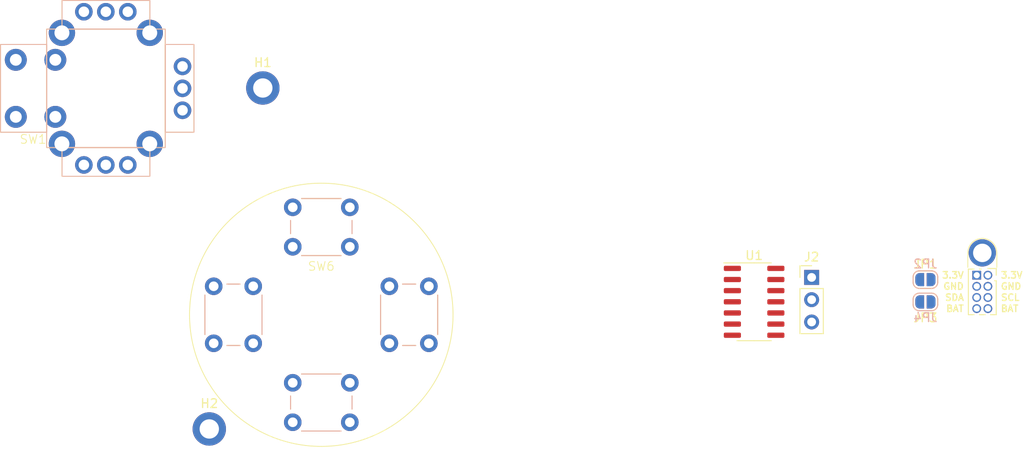
<source format=kicad_pcb>
(kicad_pcb (version 20221018) (generator pcbnew)
  (layers (0 "F.Cu" signal) (31 "B.Cu" signal) (34 "B.Paste" user) (35 "F.Paste" user) (36 "B.SilkS" user "B.Silkscreen") (37 "F.SilkS" user "F.Silkscreen") (38 "B.Mask" user) (39 "F.Mask" user) (44 "Edge.Cuts" user))
  (net 0 "")
  (net 1 "GND")
  (net 2 "+3.3V")
  (net 3 "UPDI_DATA")
  (net 10 "SDA")
  (net 11 "SCL")
  (net 15 "+BATT")
  (net 20 "Net-(JP1-A)")
  (net 21 "Net-(JP2-A)")
  (footprint "Package_SO:SOIC-14_3.9x8.7mm_P1.27mm" (layer "F.Cu") (at 146.612 109.206)
    (fp_text reference "U1" (at 0 -5.28) (layer "F.SilkS"))
    (fp_text value "ATtiny1604-SS")
    (fp_line (start 0 -4.435) (end -3.45 -4.435) (stroke (width 0.12)) (layer "F.SilkS"))
    (fp_line (start 0 -4.435) (end 1.95 -4.435) (stroke (width 0.12)) (layer "F.SilkS"))
    (fp_line (start 0 4.435) (end -1.95 4.435) (stroke (width 0.12)) (layer "F.SilkS"))
    (fp_line (start 0 4.435) (end 1.95 4.435) (stroke (width 0.12)) (layer "F.SilkS"))
    (pad "1" smd roundrect (at -2.475 -3.81) (size 1.95 0.6) (layers "F.Cu" "F.Paste" "F.Mask") (net 2 "+3.3V"))
    (pad "2" smd roundrect (at -2.475 -2.54) (size 1.95 0.6) (layers "F.Cu" "F.Paste" "F.Mask"))
    (pad "3" smd roundrect (at -2.475 -1.27) (size 1.95 0.6) (layers "F.Cu" "F.Paste" "F.Mask"))
    (pad "4" smd roundrect (at -2.475 0) (size 1.95 0.6) (layers "F.Cu" "F.Paste" "F.Mask"))
    (pad "5" smd roundrect (at -2.475 1.27) (size 1.95 0.6) (layers "F.Cu" "F.Paste" "F.Mask"))
    (pad "6" smd roundrect (at -2.475 2.54) (size 1.95 0.6) (layers "F.Cu" "F.Paste" "F.Mask"))
    (pad "7" smd roundrect (at -2.475 3.81) (size 1.95 0.6) (layers "F.Cu" "F.Paste" "F.Mask"))
    (pad "8" smd roundrect (at 2.475 3.81) (size 1.95 0.6) (layers "F.Cu" "F.Paste" "F.Mask") (net 10 "SDA"))
    (pad "9" smd roundrect (at 2.475 2.54) (size 1.95 0.6) (layers "F.Cu" "F.Paste" "F.Mask") (net 11 "SCL"))
    (pad "10" smd roundrect (at 2.475 1.27) (size 1.95 0.6) (layers "F.Cu" "F.Paste" "F.Mask") (net 3 "UPDI_DATA"))
    (pad "11" smd roundrect (at 2.475 0) (size 1.95 0.6) (layers "F.Cu" "F.Paste" "F.Mask"))
    (pad "12" smd roundrect (at 2.475 -1.27) (size 1.95 0.6) (layers "F.Cu" "F.Paste" "F.Mask"))
    (pad "13" smd roundrect (at 2.475 -2.54) (size 1.95 0.6) (layers "F.Cu" "F.Paste" "F.Mask"))
    (pad "14" smd roundrect (at 2.475 -3.81) (size 1.95 0.6) (layers "F.Cu" "F.Paste" "F.Mask") (net 1 "GND"))
  )
  (footprint "Connectors:PeripheralSlave" (layer "F.Cu") (at 172.593 108.077)
    (fp_text reference "Per1" hide)
    (fp_text value "~" hide)
    (fp_text user "SCL" (at 4.318 0.635 unlocked) (layer "F.SilkS") (effects (font (size 0.75 0.75) (thickness 0.15) bold) (justify right)))
    (fp_text user "SDA" (at -4.318 0.635 unlocked) (layer "F.SilkS") (effects (font (size 0.75 0.75) (thickness 0.15) bold) (justify left)))
    (fp_text user "BAT" (at 2.032 1.905 unlocked) (layer "F.SilkS") (effects (font (size 0.75 0.75) (thickness 0.15) bold) (justify left)))
    (fp_text user "BAT" (at -2.032 1.905 unlocked) (layer "F.SilkS") (effects (font (size 0.75 0.75) (thickness 0.15) bold) (justify right)))
    (fp_text user "GND" (at -2.032 -0.635 unlocked) (layer "F.SilkS") (effects (font (size 0.75 0.75) (thickness 0.15) bold) (justify right)))
    (fp_text user "3.3V" (at -2.032 -1.905 unlocked) (layer "F.SilkS") (effects (font (size 0.75 0.75) (thickness 0.15) bold) (justify right)))
    (fp_text user "3.3V" (at 2.032 -1.905 unlocked) (layer "F.SilkS") (effects (font (size 0.75 0.75) (thickness 0.15) bold) (justify left)))
    (fp_text user "GND" (at 2.032 -0.635 unlocked) (layer "F.SilkS") (effects (font (size 0.75 0.75) (thickness 0.15) bold) (justify left)))
    (fp_line (start -1.651 -4.445) (end -1.651 -2.794) (stroke (width 0.1)) (layer "F.SilkS"))
    (fp_line (start -1.585 -2.6) (end -1.585 2.6) (stroke (width 0.12)) (layer "F.SilkS"))
    (fp_line (start -1.585 -2.6) (end -0.94253 -2.6) (stroke (width 0.12)) (layer "F.SilkS"))
    (fp_line (start -1.585 2.6) (end -0.94253 2.6) (stroke (width 0.12)) (layer "F.SilkS"))
    (fp_line (start -0.32747 -2.6) (end -0.125 -2.6) (stroke (width 0.12)) (layer "F.SilkS"))
    (fp_line (start -0.32747 2.6) (end 0.32747 2.6) (stroke (width 0.12)) (layer "F.SilkS"))
    (fp_line (start 0.635 -2.665) (end 1.585 -2.665) (stroke (width 0.12)) (layer "F.SilkS"))
    (fp_line (start 0.94253 2.6) (end 1.585 2.6) (stroke (width 0.12)) (layer "F.SilkS"))
    (fp_line (start 1.395 -1.27) (end 1.585 -1.27) (stroke (width 0.12)) (layer "F.SilkS"))
    (fp_line (start 1.585 -2.665) (end 1.585 -1.905) (stroke (width 0.12)) (layer "F.SilkS"))
    (fp_line (start 1.585 -1.27) (end 1.585 2.6) (stroke (width 0.12)) (layer "F.SilkS"))
    (fp_line (start 1.651 -4.445) (end 1.651 -2.794) (stroke (width 0.1)) (layer "F.SilkS"))
    (fp_arc (start -1.651 -4.445) (mid 0 -6.096) (end 1.651 -4.445) (stroke (width 0.1)) (layer "F.SilkS"))
    (pad "1" thru_hole rect (at -0.635 -1.905) (size 1 1) (drill 0.7) (layers "*.Cu" "*.Mask") (net 2 "+3.3V"))
    (pad "2" thru_hole oval (at 0.635 -1.905) (size 1 1) (drill 0.7) (layers "*.Cu" "*.Mask") (net 2 "+3.3V"))
    (pad "3" thru_hole oval (at -0.635 -0.635) (size 1 1) (drill 0.7) (layers "*.Cu" "*.Mask") (net 1 "GND"))
    (pad "4" thru_hole oval (at 0.635 -0.635) (size 1 1) (drill 0.7) (layers "*.Cu" "*.Mask") (net 1 "GND"))
    (pad "5" thru_hole oval (at -0.635 0.635) (size 1 1) (drill 0.7) (layers "*.Cu" "*.Mask") (net 20 "Net-(JP1-A)"))
    (pad "6" thru_hole oval (at 0.635 0.635) (size 1 1) (drill 0.7) (layers "*.Cu" "*.Mask") (net 21 "Net-(JP2-A)"))
    (pad "7" thru_hole oval (at -0.635 1.905) (size 1 1) (drill 0.7) (layers "*.Cu" "*.Mask") (net 15 "+BATT"))
    (pad "8" thru_hole oval (at 0.635 1.905) (size 1 1) (drill 0.7) (layers "*.Cu" "*.Mask") (net 15 "+BATT"))
    (pad "9" thru_hole circle (at 0 -4.445) (size 3.1 3.1) (drill 2.1) (layers "*.Cu" "*.Mask") (net 1 "GND"))
  )
  (footprint "Connector_PinHeader_2.54mm:PinHeader_1x03_P2.54mm_Vertical" (layer "F.Cu") (at 153.162 106.426)
    (fp_text reference "J2" (at 0 -2.33) (layer "F.SilkS"))
    (fp_text value "UPDI")
    (fp_line (start -1.33 -1.33) (end 0 -1.33) (stroke (width 0.12)) (layer "F.SilkS"))
    (fp_line (start -1.33 0) (end -1.33 -1.33) (stroke (width 0.12)) (layer "F.SilkS"))
    (fp_line (start -1.33 1.27) (end -1.33 6.41) (stroke (width 0.12)) (layer "F.SilkS"))
    (fp_line (start -1.33 1.27) (end 1.33 1.27) (stroke (width 0.12)) (layer "F.SilkS"))
    (fp_line (start -1.33 6.41) (end 1.33 6.41) (stroke (width 0.12)) (layer "F.SilkS"))
    (fp_line (start 1.33 1.27) (end 1.33 6.41) (stroke (width 0.12)) (layer "F.SilkS"))
    (pad "1" thru_hole rect (at 0 0) (size 1.7 1.7) (drill 1) (layers "*.Cu" "*.Mask") (net 1 "GND"))
    (pad "2" thru_hole oval (at 0 2.54) (size 1.7 1.7) (drill 1) (layers "*.Cu" "*.Mask") (net 2 "+3.3V"))
    (pad "3" thru_hole oval (at 0 5.08) (size 1.7 1.7) (drill 1) (layers "*.Cu" "*.Mask") (net 3 "UPDI_DATA"))
  )
  (footprint "MountingHole:MountingHole_2.2mm_M2_DIN965_Pad" (layer "F.Cu") (at 84.582 123.698)
    (fp_text reference "H2" (at 0 -2.9) (layer "F.SilkS"))
    (fp_text value "MountingHole_Pad")
    (pad "1" thru_hole circle (at 0 0) (size 3.8 3.8) (drill 2.2) (layers "*.Cu" "*.Mask") (net 1 "GND"))
  )
  (footprint "MountingHole:MountingHole_2.2mm_M2_DIN965_Pad" (layer "F.Cu") (at 90.678 84.836)
    (fp_text reference "H1" (at 0 -2.9) (layer "F.SilkS"))
    (fp_text value "MountingHole_Pad")
    (pad "1" thru_hole circle (at 0 0) (size 3.8 3.8) (drill 2.2) (layers "*.Cu" "*.Mask") (net 1 "GND"))
  )
  (footprint "InputDevices:D-Pad" (layer "F.Cu") (at 97.334 110.686)
    (fp_text reference "SW6" (at 0 -5.53 unlocked) (layer "F.SilkS") (effects (font (thickness 0.1))))
    (fp_text value "DPad")
    (fp_line (start -13.25 2.25) (end -13.25 -2.25) (stroke (width 0.12)) (layer "B.SilkS"))
    (fp_line (start -10.75 -3.5) (end -9.25 -3.5) (stroke (width 0.12)) (layer "B.SilkS"))
    (fp_line (start -9.25 3.5) (end -10.75 3.5) (stroke (width 0.12)) (layer "B.SilkS"))
    (fp_line (start -6.75 -2.25) (end -6.75 2.25) (stroke (width 0.12)) (layer "B.SilkS"))
    (fp_line (start -3.5 -9.25) (end -3.5 -10.75) (stroke (width 0.12)) (layer "B.SilkS"))
    (fp_line (start -3.5 10.75) (end -3.5 9.25) (stroke (width 0.12)) (layer "B.SilkS"))
    (fp_line (start -2.25 -13.25) (end 2.25 -13.25) (stroke (width 0.12)) (layer "B.SilkS"))
    (fp_line (start -2.25 6.75) (end 2.25 6.75) (stroke (width 0.12)) (layer "B.SilkS"))
    (fp_line (start 2.25 -6.75) (end -2.25 -6.75) (stroke (width 0.12)) (layer "B.SilkS"))
    (fp_line (start 2.25 13.25) (end -2.25 13.25) (stroke (width 0.12)) (layer "B.SilkS"))
    (fp_line (start 3.5 -10.75) (end 3.5 -9.25) (stroke (width 0.12)) (layer "B.SilkS"))
    (fp_line (start 3.5 9.25) (end 3.5 10.75) (stroke (width 0.12)) (layer "B.SilkS"))
    (fp_line (start 6.75 2.25) (end 6.75 -2.25) (stroke (width 0.12)) (layer "B.SilkS"))
    (fp_line (start 9.25 -3.5) (end 10.75 -3.5) (stroke (width 0.12)) (layer "B.SilkS"))
    (fp_line (start 10.75 3.5) (end 9.25 3.5) (stroke (width 0.12)) (layer "B.SilkS"))
    (fp_line (start 13.25 -2.25) (end 13.25 2.25) (stroke (width 0.12)) (layer "B.SilkS"))
    (fp_line (start -13.25 -2.25) (end -13.25 2.25) (stroke (width 0.12)) (layer "F.SilkS"))
    (fp_line (start -10.75 3.5) (end -9.25 3.5) (stroke (width 0.12)) (layer "F.SilkS"))
    (fp_line (start -9.25 -3.5) (end -10.75 -3.5) (stroke (width 0.12)) (layer "F.SilkS"))
    (fp_line (start -6.75 2.25) (end -6.75 -2.25) (stroke (width 0.12)) (layer "F.SilkS"))
    (fp_line (start -3.5 -10.75) (end -3.5 -9.25) (stroke (width 0.12)) (layer "F.SilkS"))
    (fp_line (start -3.5 9.25) (end -3.5 10.75) (stroke (width 0.12)) (layer "F.SilkS"))
    (fp_line (start -2.25 -6.75) (end 2.25 -6.75) (stroke (width 0.12)) (layer "F.SilkS"))
    (fp_line (start -2.25 13.25) (end 2.25 13.25) (stroke (width 0.12)) (layer "F.SilkS"))
    (fp_line (start 2.25 -13.25) (end -2.25 -13.25) (stroke (width 0.12)) (layer "F.SilkS"))
    (fp_line (start 2.25 6.75) (end -2.25 6.75) (stroke (width 0.12)) (layer "F.SilkS"))
    (fp_line (start 3.5 -9.25) (end 3.5 -10.75) (stroke (width 0.12)) (layer "F.SilkS"))
    (fp_line (start 3.5 10.75) (end 3.5 9.25) (stroke (width 0.12)) (layer "F.SilkS"))
    (fp_line (start 6.75 -2.25) (end 6.75 2.25) (stroke (width 0.12)) (layer "F.SilkS"))
    (fp_line (start 9.25 3.5) (end 10.75 3.5) (stroke (width 0.12)) (layer "F.SilkS"))
    (fp_line (start 10.75 -3.5) (end 9.25 -3.5) (stroke (width 0.12)) (layer "F.SilkS"))
    (fp_line (start 13.25 2.25) (end 13.25 -2.25) (stroke (width 0.12)) (layer "F.SilkS"))
    (fp_circle (center 0 0) (end 15 0) (stroke (width 0.1)) (fill none) (layer "F.SilkS"))
    (pad "" np_thru_hole circle (at 0 0 90) (size 2 2) (drill 2.1) (layers "F&B.Cu" "*.Mask"))
    (pad "1" thru_hole circle (at -3.25 -12.25 90) (size 2 2) (drill 1.1) (layers "*.Cu" "*.Mask"))
    (pad "1" thru_hole circle (at 3.25 -12.25 90) (size 2 2) (drill 1.1) (layers "*.Cu" "*.Mask"))
    (pad "2" thru_hole circle (at 12.25 -3.25) (size 2 2) (drill 1.1) (layers "*.Cu" "*.Mask"))
    (pad "2" thru_hole circle (at 12.25 3.25) (size 2 2) (drill 1.1) (layers "*.Cu" "*.Mask"))
    (pad "3" thru_hole circle (at -3.25 12.25 270) (size 2 2) (drill 1.1) (layers "*.Cu" "*.Mask"))
    (pad "3" thru_hole circle (at 3.25 12.25 270) (size 2 2) (drill 1.1) (layers "*.Cu" "*.Mask"))
    (pad "4" thru_hole circle (at -12.25 -3.25 180) (size 2 2) (drill 1.1) (layers "*.Cu" "*.Mask"))
    (pad "4" thru_hole circle (at -12.25 3.25 180) (size 2 2) (drill 1.1) (layers "*.Cu" "*.Mask"))
    (pad "5" thru_hole circle (at -7.75 -3.25 180) (size 2 2) (drill 1.1) (layers "*.Cu" "*.Mask") (net 1 "GND"))
    (pad "5" thru_hole circle (at -7.75 3.25 180) (size 2 2) (drill 1.1) (layers "*.Cu" "*.Mask") (net 1 "GND"))
    (pad "5" thru_hole circle (at -3.25 -7.75 90) (size 2 2) (drill 1.1) (layers "*.Cu" "*.Mask") (net 1 "GND"))
    (pad "5" thru_hole circle (at -3.25 7.75 270) (size 2 2) (drill 1.1) (layers "*.Cu" "*.Mask") (net 1 "GND"))
    (pad "5" thru_hole circle (at 3.25 -7.75 90) (size 2 2) (drill 1.1) (layers "*.Cu" "*.Mask") (net 1 "GND"))
    (pad "5" thru_hole circle (at 3.25 7.75 270) (size 2 2) (drill 1.1) (layers "*.Cu" "*.Mask") (net 1 "GND"))
    (pad "5" thru_hole circle (at 7.75 -3.25) (size 2 2) (drill 1.1) (layers "*.Cu" "*.Mask") (net 1 "GND"))
    (pad "5" thru_hole circle (at 7.75 3.25) (size 2 2) (drill 1.1) (layers "*.Cu" "*.Mask") (net 1 "GND"))
  )
  (footprint "Jumper:SolderJumper-2_P1.3mm_Open_RoundedPad1.0x1.5mm" (layer "F.Cu") (at 166.116 109.22 180)
    (fp_text reference "JP3" (at 0 -1.8) (layer "F.SilkS"))
    (fp_text value "SCL_TOP")
    (fp_line (start -1.4 0.3) (end -1.4 -0.3) (stroke (width 0.12)) (layer "F.SilkS"))
    (fp_line (start -0.7 -1) (end 0.7 -1) (stroke (width 0.12)) (layer "F.SilkS"))
    (fp_line (start 0.7 1) (end -0.7 1) (stroke (width 0.12)) (layer "F.SilkS"))
    (fp_line (start 1.4 -0.3) (end 1.4 0.3) (stroke (width 0.12)) (layer "F.SilkS"))
    (fp_arc (start -1.4 -0.3) (mid -1.194975 -0.794975) (end -0.7 -1) (stroke (width 0.12)) (layer "F.SilkS"))
    (fp_arc (start -0.7 1) (mid -1.194975 0.794975) (end -1.4 0.3) (stroke (width 0.12)) (layer "F.SilkS"))
    (fp_arc (start 0.7 -1) (mid 1.194975 -0.794975) (end 1.4 -0.3) (stroke (width 0.12)) (layer "F.SilkS"))
    (fp_arc (start 1.4 0.3) (mid 1.194975 0.794975) (end 0.7 1) (stroke (width 0.12)) (layer "F.SilkS"))
    (pad "1" smd custom (at -0.65 0 180) (size 1 0.5) (layers "F.Cu" "F.Mask") (net 21 "Net-(JP2-A)") (options (clearance outline) (anchor rect)) (primitives (gr_circle (center 0 0.25) (end 0.5 0.25) (width 0) (fill yes)) (gr_circle (center 0 -0.25) (end 0.5 -0.25) (width 0) (fill yes)) (gr_poly (pts (xy 0.5 0.75) (xy 0 0.75) (xy 0 -0.75) (xy 0.5 -0.75)) (width 0) (fill yes))))
    (pad "2" smd custom (at 0.65 0 180) (size 1 0.5) (layers "F.Cu" "F.Mask") (net 11 "SCL") (options (clearance outline) (anchor rect)) (primitives (gr_circle (center 0 0.25) (end 0.5 0.25) (width 0) (fill yes)) (gr_circle (center 0 -0.25) (end 0.5 -0.25) (width 0) (fill yes)) (gr_poly (pts (xy 0 0.75) (xy -0.5 0.75) (xy -0.5 -0.75) (xy 0 -0.75)) (width 0) (fill yes))))
  )
  (footprint "InputDevices:Joystick-Universal" (layer "F.Cu") (at 72.804 84.876)
    (fp_text reference "SW1" (at -8.288 5.802 unlocked) (layer "F.SilkS") (effects (font (thickness 0.1))))
    (fp_text value "Joystick")
    (fp_rect (start -11.981 5) (end -6.731 -5) (stroke (width 0.1)) (fill none) (layer "B.SilkS"))
    (fp_rect (start -6.731 6.75) (end 6.769 -6.75) (stroke (width 0.1)) (fill none) (layer "B.SilkS"))
    (fp_rect (start -4.981 -6.75) (end 5.019 -10.019) (stroke (width 0.1)) (fill none) (layer "B.SilkS"))
    (fp_rect (start 5.019 6.75) (end -4.981 10.019) (stroke (width 0.1)) (fill none) (layer "B.SilkS"))
    (fp_rect (start 6.769 -5) (end 10.038 5) (stroke (width 0.1)) (fill none) (layer "B.SilkS"))
    (fp_rect (start -12 -5) (end -6.75 5) (stroke (width 0.1)) (fill none) (layer "F.SilkS"))
    (fp_rect (start -6.75 -6.75) (end 6.75 6.75) (stroke (width 0.1)) (fill none) (layer "F.SilkS"))
    (fp_rect (start -5 6.75) (end 5 10.019) (stroke (width 0.1)) (fill none) (layer "F.SilkS"))
    (fp_rect (start 5 -6.75) (end -5 -10.019) (stroke (width 0.1)) (fill none) (layer "F.SilkS"))
    (fp_rect (start 6.75 5) (end 10.019 -5) (stroke (width 0.1)) (fill none) (layer "F.SilkS"))
    (pad "1" thru_hole circle (at -2.5 8.73) (size 2 2) (drill 1.2) (layers "*.Cu" "*.Mask") (net 2 "+3.3V"))
    (pad "1" thru_hole circle (at 2.5 -8.73 180) (size 2 2) (drill 1.2) (layers "*.Cu" "*.Mask") (net 2 "+3.3V"))
    (pad "2" thru_hole circle (at 0 -8.73 180) (size 2 2) (drill 1.2) (layers "*.Cu" "*.Mask"))
    (pad "2" thru_hole circle (at 0 8.73) (size 2 2) (drill 1.2) (layers "*.Cu" "*.Mask"))
    (pad "3" thru_hole circle (at -2.5 -8.73 180) (size 2 2) (drill 1.2) (layers "*.Cu" "*.Mask") (net 1 "GND"))
    (pad "3" thru_hole circle (at 2.5 8.73) (size 2 2) (drill 1.2) (layers "*.Cu" "*.Mask") (net 1 "GND"))
    (pad "4" thru_hole circle (at 8.73 2.5 90) (size 2 2) (drill 1.2) (layers "*.Cu" "*.Mask") (net 2 "+3.3V"))
    (pad "5" thru_hole circle (at 8.73 0 90) (size 2 2) (drill 1.2) (layers "*.Cu" "*.Mask"))
    (pad "6" thru_hole circle (at 8.73 -2.5 90) (size 2 2) (drill 1.2) (layers "*.Cu" "*.Mask") (net 1 "GND"))
    (pad "7" thru_hole circle (at -5.75 -3.25) (size 2.5 2.5) (drill 1.35) (layers "*.Cu" "*.Mask"))
    (pad "7" thru_hole circle (at -5.75 3.25) (size 2.5 2.5) (drill 1.35) (layers "*.Cu" "*.Mask"))
    (pad "8" thru_hole circle (at -10.25 -3.25) (size 2.5 2.5) (drill 1.35) (layers "*.Cu" "*.Mask") (net 1 "GND"))
    (pad "8" thru_hole circle (at -10.25 3.25) (size 2.5 2.5) (drill 1.35) (layers "*.Cu" "*.Mask") (net 1 "GND"))
    (pad "9" thru_hole circle (at -5 -6.325 90) (size 3 3) (drill 1.7) (layers "*.Cu" "*.Mask") (net 1 "GND"))
    (pad "9" thru_hole circle (at -5 6.325 180) (size 3 3) (drill 1.7) (layers "*.Cu" "*.Mask") (net 1 "GND"))
    (pad "9" thru_hole circle (at 5 -6.325 180) (size 3 3) (drill 1.7) (layers "*.Cu" "*.Mask") (net 1 "GND"))
    (pad "9" thru_hole circle (at 5 6.325 90) (size 3 3) (drill 1.7) (layers "*.Cu" "*.Mask") (net 1 "GND"))
  )
  (footprint "Jumper:SolderJumper-2_P1.3mm_Open_RoundedPad1.0x1.5mm" (layer "F.Cu") (at 166.116 106.68 180)
    (fp_text reference "JP1" (at 0 1.778) (layer "F.SilkS"))
    (fp_text value "SDA_TOP")
    (fp_line (start -1.4 0.3) (end -1.4 -0.3) (stroke (width 0.12)) (layer "F.SilkS"))
    (fp_line (start -0.7 -1) (end 0.7 -1) (stroke (width 0.12)) (layer "F.SilkS"))
    (fp_line (start 0.7 1) (end -0.7 1) (stroke (width 0.12)) (layer "F.SilkS"))
    (fp_line (start 1.4 -0.3) (end 1.4 0.3) (stroke (width 0.12)) (layer "F.SilkS"))
    (fp_arc (start -1.4 -0.3) (mid -1.194975 -0.794975) (end -0.7 -1) (stroke (width 0.12)) (layer "F.SilkS"))
    (fp_arc (start -0.7 1) (mid -1.194975 0.794975) (end -1.4 0.3) (stroke (width 0.12)) (layer "F.SilkS"))
    (fp_arc (start 0.7 -1) (mid 1.194975 -0.794975) (end 1.4 -0.3) (stroke (width 0.12)) (layer "F.SilkS"))
    (fp_arc (start 1.4 0.3) (mid 1.194975 0.794975) (end 0.7 1) (stroke (width 0.12)) (layer "F.SilkS"))
    (pad "1" smd custom (at -0.65 0 180) (size 1 0.5) (layers "F.Cu" "F.Mask") (net 20 "Net-(JP1-A)") (options (clearance outline) (anchor rect)) (primitives (gr_circle (center 0 0.25) (end 0.5 0.25) (width 0) (fill yes)) (gr_circle (center 0 -0.25) (end 0.5 -0.25) (width 0) (fill yes)) (gr_poly (pts (xy 0.5 0.75) (xy 0 0.75) (xy 0 -0.75) (xy 0.5 -0.75)) (width 0) (fill yes))))
    (pad "2" smd custom (at 0.65 0 180) (size 1 0.5) (layers "F.Cu" "F.Mask") (net 10 "SDA") (options (clearance outline) (anchor rect)) (primitives (gr_circle (center 0 0.25) (end 0.5 0.25) (width 0) (fill yes)) (gr_circle (center 0 -0.25) (end 0.5 -0.25) (width 0) (fill yes)) (gr_poly (pts (xy 0 0.75) (xy -0.5 0.75) (xy -0.5 -0.75) (xy 0 -0.75)) (width 0) (fill yes))))
  )
  (footprint "Jumper:SolderJumper-2_P1.3mm_Open_RoundedPad1.0x1.5mm" (layer "B.Cu") (at 166.116 109.22 180)
    (fp_text reference "JP4" (at 0 -1.778) (layer "B.SilkS") (effects (justify mirror)))
    (fp_text value "SDA_BOT")
    (fp_line (start -1.4 -0.3) (end -1.4 0.3) (stroke (width 0.12)) (layer "B.SilkS"))
    (fp_line (start -0.7 1) (end 0.7 1) (stroke (width 0.12)) (layer "B.SilkS"))
    (fp_line (start 0.7 -1) (end -0.7 -1) (stroke (width 0.12)) (layer "B.SilkS"))
    (fp_line (start 1.4 0.3) (end 1.4 -0.3) (stroke (width 0.12)) (layer "B.SilkS"))
    (fp_arc (start -1.4 -0.3) (mid -1.194975 -0.794975) (end -0.7 -1) (stroke (width 0.12)) (layer "B.SilkS"))
    (fp_arc (start -0.7 1) (mid -1.194975 0.794975) (end -1.4 0.3) (stroke (width 0.12)) (layer "B.SilkS"))
    (fp_arc (start 0.7 -1) (mid 1.194975 -0.794975) (end 1.4 -0.3) (stroke (width 0.12)) (layer "B.SilkS"))
    (fp_arc (start 1.4 0.3) (mid 1.194975 0.794975) (end 0.7 1) (stroke (width 0.12)) (layer "B.SilkS"))
    (pad "1" smd custom (at -0.65 0 180) (size 1 0.5) (layers "B.Cu" "B.Mask") (net 20 "Net-(JP1-A)") (options (clearance outline) (anchor rect)) (primitives (gr_circle (center 0 -0.25) (end 0.5 -0.25) (width 0) (fill yes)) (gr_circle (center 0 0.25) (end 0.5 0.25) (width 0) (fill yes)) (gr_poly (pts (xy 0.5 -0.75) (xy 0 -0.75) (xy 0 0.75) (xy 0.5 0.75)) (width 0) (fill yes))))
    (pad "2" smd custom (at 0.65 0 180) (size 1 0.5) (layers "B.Cu" "B.Mask") (net 11 "SCL") (options (clearance outline) (anchor rect)) (primitives (gr_circle (center 0 -0.25) (end 0.5 -0.25) (width 0) (fill yes)) (gr_circle (center 0 0.25) (end 0.5 0.25) (width 0) (fill yes)) (gr_poly (pts (xy 0 -0.75) (xy -0.5 -0.75) (xy -0.5 0.75) (xy 0 0.75)) (width 0) (fill yes))))
  )
  (footprint "Jumper:SolderJumper-2_P1.3mm_Open_RoundedPad1.0x1.5mm" (layer "B.Cu") (at 166.116 106.68 180)
    (fp_text reference "JP2" (at 0 1.8) (layer "B.SilkS") (effects (justify mirror)))
    (fp_text value "SDA_BOT")
    (fp_line (start -1.4 -0.3) (end -1.4 0.3) (stroke (width 0.12)) (layer "B.SilkS"))
    (fp_line (start -0.7 1) (end 0.7 1) (stroke (width 0.12)) (layer "B.SilkS"))
    (fp_line (start 0.7 -1) (end -0.7 -1) (stroke (width 0.12)) (layer "B.SilkS"))
    (fp_line (start 1.4 0.3) (end 1.4 -0.3) (stroke (width 0.12)) (layer "B.SilkS"))
    (fp_arc (start -1.4 -0.3) (mid -1.194975 -0.794975) (end -0.7 -1) (stroke (width 0.12)) (layer "B.SilkS"))
    (fp_arc (start -0.7 1) (mid -1.194975 0.794975) (end -1.4 0.3) (stroke (width 0.12)) (layer "B.SilkS"))
    (fp_arc (start 0.7 -1) (mid 1.194975 -0.794975) (end 1.4 -0.3) (stroke (width 0.12)) (layer "B.SilkS"))
    (fp_arc (start 1.4 0.3) (mid 1.194975 0.794975) (end 0.7 1) (stroke (width 0.12)) (layer "B.SilkS"))
    (pad "1" smd custom (at -0.65 0 180) (size 1 0.5) (layers "B.Cu" "B.Mask") (net 21 "Net-(JP2-A)") (options (clearance outline) (anchor rect)) (primitives (gr_circle (center 0 -0.25) (end 0.5 -0.25) (width 0) (fill yes)) (gr_circle (center 0 0.25) (end 0.5 0.25) (width 0) (fill yes)) (gr_poly (pts (xy 0.5 -0.75) (xy 0 -0.75) (xy 0 0.75) (xy 0.5 0.75)) (width 0) (fill yes))))
    (pad "2" smd custom (at 0.65 0 180) (size 1 0.5) (layers "B.Cu" "B.Mask") (net 10 "SDA") (options (clearance outline) (anchor rect)) (primitives (gr_circle (center 0 -0.25) (end 0.5 -0.25) (width 0) (fill yes)) (gr_circle (center 0 0.25) (end 0.5 0.25) (width 0) (fill yes)) (gr_poly (pts (xy 0 -0.75) (xy -0.5 -0.75) (xy -0.5 0.75) (xy 0 0.75)) (width 0) (fill yes))))
  )
)
</source>
